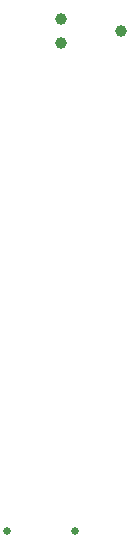
<source format=gbr>
%TF.GenerationSoftware,Altium Limited,Altium Designer,24.2.2 (26)*%
G04 Layer_Color=0*
%FSLAX45Y45*%
%MOMM*%
%TF.SameCoordinates,505FE19A-96A0-4540-A324-069B6CBC3D10*%
%TF.FilePolarity,Positive*%
%TF.FileFunction,NonPlated,1,4,NPTH,Drill*%
%TF.Part,Single*%
G01*
G75*
%TA.AperFunction,ComponentDrill*%
%ADD101C,0.65000*%
%ADD102C,1.00000*%
D101*
X4189000Y2617500D02*
D03*
X3611000D02*
D03*
D102*
X4580000Y6850000D02*
D03*
X4072000Y6748500D02*
D03*
Y6951500D02*
D03*
%TF.MD5,ed0b5d66e1171d6530ab389848b499da*%
M02*

</source>
